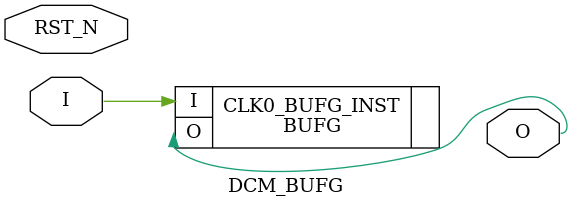
<source format=v>
module DCM_BUFG (input I, input RST_N, output O);

   wire RST_P;
   assign RST_P = !RST_N;

   BUFG CLK0_BUFG_INST (.I(I), .O(O));

endmodule

</source>
